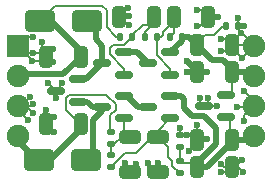
<source format=gtl>
%TF.GenerationSoftware,KiCad,Pcbnew,8.0.9-8.0.9-0~ubuntu24.04.1*%
%TF.CreationDate,2025-07-21T09:14:06-04:00*%
%TF.ProjectId,cap_multiplier_tile,6361705f-6d75-46c7-9469-706c6965725f,0.1.X*%
%TF.SameCoordinates,Original*%
%TF.FileFunction,Copper,L1,Top*%
%TF.FilePolarity,Positive*%
%FSLAX46Y46*%
G04 Gerber Fmt 4.6, Leading zero omitted, Abs format (unit mm)*
G04 Created by KiCad (PCBNEW 8.0.9-8.0.9-0~ubuntu24.04.1) date 2025-07-21 09:14:06*
%MOMM*%
%LPD*%
G01*
G04 APERTURE LIST*
G04 Aperture macros list*
%AMRoundRect*
0 Rectangle with rounded corners*
0 $1 Rounding radius*
0 $2 $3 $4 $5 $6 $7 $8 $9 X,Y pos of 4 corners*
0 Add a 4 corners polygon primitive as box body*
4,1,4,$2,$3,$4,$5,$6,$7,$8,$9,$2,$3,0*
0 Add four circle primitives for the rounded corners*
1,1,$1+$1,$2,$3*
1,1,$1+$1,$4,$5*
1,1,$1+$1,$6,$7*
1,1,$1+$1,$8,$9*
0 Add four rect primitives between the rounded corners*
20,1,$1+$1,$2,$3,$4,$5,0*
20,1,$1+$1,$4,$5,$6,$7,0*
20,1,$1+$1,$6,$7,$8,$9,0*
20,1,$1+$1,$8,$9,$2,$3,0*%
G04 Aperture macros list end*
%TA.AperFunction,SMDPad,CuDef*%
%ADD10RoundRect,0.135000X-0.135000X-0.185000X0.135000X-0.185000X0.135000X0.185000X-0.135000X0.185000X0*%
%TD*%
%TA.AperFunction,SMDPad,CuDef*%
%ADD11RoundRect,0.135000X0.185000X-0.135000X0.185000X0.135000X-0.185000X0.135000X-0.185000X-0.135000X0*%
%TD*%
%TA.AperFunction,SMDPad,CuDef*%
%ADD12RoundRect,0.250000X-0.325000X-0.650000X0.325000X-0.650000X0.325000X0.650000X-0.325000X0.650000X0*%
%TD*%
%TA.AperFunction,SMDPad,CuDef*%
%ADD13RoundRect,0.250000X-0.650000X0.325000X-0.650000X-0.325000X0.650000X-0.325000X0.650000X0.325000X0*%
%TD*%
%TA.AperFunction,SMDPad,CuDef*%
%ADD14RoundRect,0.135000X-0.185000X0.135000X-0.185000X-0.135000X0.185000X-0.135000X0.185000X0.135000X0*%
%TD*%
%TA.AperFunction,SMDPad,CuDef*%
%ADD15RoundRect,0.250000X0.325000X0.650000X-0.325000X0.650000X-0.325000X-0.650000X0.325000X-0.650000X0*%
%TD*%
%TA.AperFunction,SMDPad,CuDef*%
%ADD16RoundRect,0.150000X0.587500X0.150000X-0.587500X0.150000X-0.587500X-0.150000X0.587500X-0.150000X0*%
%TD*%
%TA.AperFunction,SMDPad,CuDef*%
%ADD17RoundRect,0.135000X0.135000X0.185000X-0.135000X0.185000X-0.135000X-0.185000X0.135000X-0.185000X0*%
%TD*%
%TA.AperFunction,CastellatedPad*%
%ADD18R,1.900000X1.900000*%
%TD*%
%TA.AperFunction,CastellatedPad*%
%ADD19C,1.900000*%
%TD*%
%TA.AperFunction,SMDPad,CuDef*%
%ADD20RoundRect,0.250000X1.000000X0.650000X-1.000000X0.650000X-1.000000X-0.650000X1.000000X-0.650000X0*%
%TD*%
%TA.AperFunction,SMDPad,CuDef*%
%ADD21RoundRect,0.250000X-1.000000X-0.650000X1.000000X-0.650000X1.000000X0.650000X-1.000000X0.650000X0*%
%TD*%
%TA.AperFunction,ViaPad*%
%ADD22C,0.600000*%
%TD*%
%TA.AperFunction,Conductor*%
%ADD23C,0.200000*%
%TD*%
%TA.AperFunction,Conductor*%
%ADD24C,0.500000*%
%TD*%
%TA.AperFunction,Conductor*%
%ADD25C,0.203200*%
%TD*%
G04 APERTURE END LIST*
D10*
%TO.P,R2,1*%
%TO.N,Net-(Q2-B)*%
X2890000Y4550000D03*
%TO.P,R2,2*%
%TO.N,/V+OUT*%
X3910000Y4550000D03*
%TD*%
D11*
%TO.P,R7,1*%
%TO.N,Net-(Q4-B)*%
X3700000Y-7010000D03*
%TO.P,R7,2*%
%TO.N,/V-OUT*%
X3700000Y-5990000D03*
%TD*%
D10*
%TO.P,R4,1*%
%TO.N,Net-(Q1-B)*%
X790000Y4550000D03*
%TO.P,R4,2*%
%TO.N,Net-(Q2-B)*%
X1810000Y4550000D03*
%TD*%
D12*
%TO.P,C7,1*%
%TO.N,Net-(Q2-B)*%
X3200000Y6200000D03*
%TO.P,C7,2*%
%TO.N,GND*%
X6150000Y6200000D03*
%TD*%
D10*
%TO.P,R3,1*%
%TO.N,/V+IN*%
X-1310000Y4550000D03*
%TO.P,R3,2*%
%TO.N,Net-(Q1-B)*%
X-290000Y4550000D03*
%TD*%
D13*
%TO.P,C14,1*%
%TO.N,Net-(Q4-B)*%
X1850000Y-3925000D03*
%TO.P,C14,2*%
%TO.N,GND*%
X1850000Y-6875000D03*
%TD*%
D12*
%TO.P,C11,1*%
%TO.N,/V-OUT*%
X5175000Y-6450000D03*
%TO.P,C11,2*%
%TO.N,GND*%
X8125000Y-6450000D03*
%TD*%
D14*
%TO.P,R8,1*%
%TO.N,/V-IN*%
X-2100000Y-3540000D03*
%TO.P,R8,2*%
%TO.N,Net-(Q3-B)*%
X-2100000Y-4560000D03*
%TD*%
D15*
%TO.P,C6,1*%
%TO.N,Net-(Q1-B)*%
X1525000Y6200000D03*
%TO.P,C6,2*%
%TO.N,GND*%
X-1425000Y6200000D03*
%TD*%
D12*
%TO.P,C3,1*%
%TO.N,/V+OUT*%
X5200000Y3850000D03*
%TO.P,C3,2*%
%TO.N,GND*%
X8150000Y3850000D03*
%TD*%
D16*
%TO.P,Q3,1,B*%
%TO.N,Net-(Q3-B)*%
X-987500Y-2350000D03*
%TO.P,Q3,2,E*%
%TO.N,/Power/V-2*%
X-987500Y-450000D03*
%TO.P,Q3,3,C*%
%TO.N,/Power/V-1*%
X-2862500Y-1400000D03*
%TD*%
%TO.P,Q1,1,B*%
%TO.N,Net-(Q1-B)*%
X-987500Y1350000D03*
%TO.P,Q1,2,E*%
%TO.N,/Power/V+2*%
X-987500Y3250000D03*
%TO.P,Q1,3,C*%
%TO.N,/Power/V+1*%
X-2862500Y2300000D03*
%TD*%
D17*
%TO.P,R5,1*%
%TO.N,GND*%
X8660000Y5500000D03*
%TO.P,R5,2*%
%TO.N,/V+OUT*%
X7640000Y5500000D03*
%TD*%
D14*
%TO.P,R10,1*%
%TO.N,GND*%
X3700000Y-3740000D03*
%TO.P,R10,2*%
%TO.N,/V-OUT*%
X3700000Y-4760000D03*
%TD*%
%TO.P,R9,1*%
%TO.N,Net-(Q3-B)*%
X-2100000Y-5440000D03*
%TO.P,R9,2*%
%TO.N,Net-(Q4-B)*%
X-2100000Y-6460000D03*
%TD*%
D15*
%TO.P,C5,1*%
%TO.N,/V+IN*%
X-4675000Y2850000D03*
%TO.P,C5,2*%
%TO.N,GND*%
X-7625000Y2850000D03*
%TD*%
D16*
%TO.P,Q4,1,B*%
%TO.N,Net-(Q4-B)*%
X2937500Y-2350000D03*
%TO.P,Q4,2,E*%
%TO.N,/V-OUT*%
X2937500Y-450000D03*
%TO.P,Q4,3,C*%
%TO.N,/Power/V-2*%
X1062500Y-1400000D03*
%TD*%
D15*
%TO.P,C12,1*%
%TO.N,/V-IN*%
X-4675000Y-2850000D03*
%TO.P,C12,2*%
%TO.N,GND*%
X-7625000Y-2850000D03*
%TD*%
D18*
%TO.P,J1,1,GND*%
%TO.N,GND*%
X-10000000Y3810000D03*
D19*
%TO.P,J1,2,V+IN*%
%TO.N,/V+IN*%
X-10000000Y1270000D03*
%TO.P,J1,3,GND*%
%TO.N,GND*%
X-10000000Y-1270000D03*
%TO.P,J1,4,V-IN*%
%TO.N,/V-IN*%
X-10000000Y-3810000D03*
%TO.P,J1,5,V-OUT*%
%TO.N,/V-OUT*%
X10000000Y-3810000D03*
%TO.P,J1,6,GND*%
%TO.N,GND*%
X10000000Y-1270000D03*
%TO.P,J1,7,V+OUT*%
%TO.N,/V+OUT*%
X10000000Y1270000D03*
%TO.P,J1,8,GND*%
%TO.N,GND*%
X10000000Y3810000D03*
%TD*%
D16*
%TO.P,D3,1,A*%
%TO.N,/V-OUT*%
X7637500Y-2250000D03*
%TO.P,D3,2,K*%
%TO.N,/V+OUT*%
X7637500Y-350000D03*
%TO.P,D3,3,COM*%
%TO.N,GND*%
X5762500Y-1300000D03*
%TD*%
%TO.P,Q2,1,B*%
%TO.N,Net-(Q2-B)*%
X2937500Y1350000D03*
%TO.P,Q2,2,E*%
%TO.N,/V+OUT*%
X2937500Y3250000D03*
%TO.P,Q2,3,C*%
%TO.N,/Power/V+2*%
X1062500Y2300000D03*
%TD*%
D15*
%TO.P,C4,1*%
%TO.N,/V+OUT*%
X8150000Y1550000D03*
%TO.P,C4,2*%
%TO.N,GND*%
X5200000Y1550000D03*
%TD*%
D20*
%TO.P,D1,1,K*%
%TO.N,/Power/V+1*%
X-4150000Y5900000D03*
%TO.P,D1,2,A*%
%TO.N,/V+IN*%
X-8150000Y5900000D03*
%TD*%
D13*
%TO.P,C13,1*%
%TO.N,Net-(Q3-B)*%
X-460000Y-3925000D03*
%TO.P,C13,2*%
%TO.N,GND*%
X-460000Y-6875000D03*
%TD*%
D21*
%TO.P,D4,1,K*%
%TO.N,/V-IN*%
X-8195000Y-5900000D03*
%TO.P,D4,2,A*%
%TO.N,/Power/V-1*%
X-4195000Y-5900000D03*
%TD*%
D16*
%TO.P,D2,1,A*%
%TO.N,/Power/V-1*%
X-4912500Y-950000D03*
%TO.P,D2,2,K*%
%TO.N,/Power/V+1*%
X-4912500Y950000D03*
%TO.P,D2,3,COM*%
%TO.N,GND*%
X-6787500Y0D03*
%TD*%
D15*
%TO.P,C10,1*%
%TO.N,/V-OUT*%
X8125000Y-4150000D03*
%TO.P,C10,2*%
%TO.N,GND*%
X5175000Y-4150000D03*
%TD*%
D22*
%TO.N,GND*%
X-9100000Y-2500000D03*
X-625000Y7025000D03*
X8660000Y6150000D03*
X-8700000Y4500000D03*
X4350000Y2550000D03*
X1850000Y-6100000D03*
X6000000Y-4100000D03*
X50000Y-6200000D03*
X4300000Y-3750000D03*
X-6750000Y-600000D03*
X7250000Y-6900000D03*
X7200000Y4400000D03*
X-6900000Y-3500000D03*
X5200000Y6850000D03*
X6100000Y-600000D03*
X8600000Y-1350000D03*
X-550000Y6300000D03*
X-7437500Y650000D03*
X-7900000Y4100000D03*
X-8800000Y2500000D03*
X9000000Y2750000D03*
X-8700000Y-1150000D03*
X7200000Y3350000D03*
X4300000Y1550000D03*
X-6900000Y-2200000D03*
X3706164Y-3126024D03*
X-9000000Y-500000D03*
X-8700000Y-1900000D03*
X6950000Y6200000D03*
X-7000000Y3500000D03*
X6050000Y1550000D03*
X5150000Y-2900000D03*
X-881793Y-6155286D03*
X1050000Y-6100000D03*
X6900000Y-1300000D03*
X5200000Y5500000D03*
X9200000Y5500000D03*
X-596331Y5516259D03*
X5400000Y-600000D03*
X-6250000Y650000D03*
X9200000Y-2600000D03*
X8875000Y4875000D03*
X9050000Y-6850000D03*
X9200000Y0D03*
X8975000Y-5875000D03*
X-7600000Y-1600000D03*
X4494876Y-5135957D03*
X7250000Y-6250000D03*
X-7000000Y2400000D03*
X-8700000Y3200000D03*
%TD*%
D23*
%TO.N,GND*%
X-6750000Y-37500D02*
X-6787500Y0D01*
X5175000Y-2925000D02*
X5150000Y-2900000D01*
X4775000Y-3750000D02*
X4300000Y-3750000D01*
X8600000Y-1350000D02*
X9920000Y-1350000D01*
X5175000Y-4455833D02*
X4494876Y-5135957D01*
D24*
X5200000Y1550000D02*
X4300000Y1550000D01*
D23*
X-8700000Y-1900000D02*
X-9330000Y-1270000D01*
X6150000Y6200000D02*
X6950000Y6200000D01*
X-8800000Y2610000D02*
X-10000000Y3810000D01*
X5450000Y5500000D02*
X6150000Y6200000D01*
X-881793Y-6453207D02*
X-460000Y-6875000D01*
X-8125000Y3200000D02*
X-7775000Y2850000D01*
X5400000Y-937500D02*
X5762500Y-1300000D01*
X-6250000Y537500D02*
X-6787500Y0D01*
X-7000000Y3500000D02*
X-7125000Y3500000D01*
X-8125000Y2500000D02*
X-7775000Y2850000D01*
X5175000Y-4150000D02*
X5950000Y-4150000D01*
X-8700000Y3200000D02*
X-9390000Y3200000D01*
X10000000Y-1270000D02*
X10000000Y-800000D01*
X5400000Y-600000D02*
X5400000Y-937500D01*
X7250000Y-6250000D02*
X7450000Y-6450000D01*
D24*
X5200000Y1550000D02*
X6050000Y1550000D01*
D23*
X4290000Y-3740000D02*
X3700000Y-3740000D01*
X-8800000Y2500000D02*
X-8125000Y2500000D01*
X5950000Y-4150000D02*
X6000000Y-4100000D01*
X6100000Y-962500D02*
X6100000Y-600000D01*
X-7437500Y650000D02*
X-6787500Y0D01*
X8975000Y-5875000D02*
X8400000Y-6450000D01*
X7850000Y4400000D02*
X7200000Y4400000D01*
X-7450000Y2850000D02*
X-7000000Y2400000D01*
X3706164Y-3593836D02*
X3700000Y-3600000D01*
X-10000000Y-1650000D02*
X-9150000Y-2500000D01*
X6150000Y6200000D02*
X5500000Y6850000D01*
X10000000Y-800000D02*
X9200000Y0D01*
X-550000Y6300000D02*
X-1500000Y6300000D01*
X-1425000Y6225000D02*
X-1425000Y6200000D01*
X-7900000Y2975000D02*
X-7775000Y2850000D01*
D25*
X-9310000Y4500000D02*
X-10000000Y3810000D01*
D23*
X-7775000Y2850000D02*
X-7450000Y2850000D01*
X-8800000Y2500000D02*
X-8800000Y2610000D01*
D25*
X9200000Y5500000D02*
X8660000Y5500000D01*
D23*
X8150000Y4150000D02*
X8875000Y4875000D01*
D25*
X-8700000Y4500000D02*
X-9310000Y4500000D01*
D23*
X-596331Y5516259D02*
X-716259Y5516259D01*
X-1500000Y6300000D02*
X-1575000Y6225000D01*
D25*
X-7625000Y-2850000D02*
X-7625000Y-1625000D01*
D23*
X8150000Y3600000D02*
X9000000Y2750000D01*
X9200000Y-2070000D02*
X10000000Y-1270000D01*
X-716259Y5516259D02*
X-1425000Y6225000D01*
X8650000Y-6450000D02*
X9050000Y-6850000D01*
X-625000Y7025000D02*
X-1425000Y6225000D01*
X-9770000Y-1270000D02*
X-9000000Y-500000D01*
D25*
X8660000Y6150000D02*
X8660000Y5500000D01*
D23*
X10000000Y3900000D02*
X9025000Y4875000D01*
X50000Y-6650000D02*
X50000Y-6200000D01*
X-9330000Y-1270000D02*
X-10000000Y-1270000D01*
X9200000Y-2600000D02*
X9200000Y-2070000D01*
X-8700000Y-1150000D02*
X-8820000Y-1270000D01*
X8125000Y-6450000D02*
X8650000Y-6450000D01*
X5175000Y-4150000D02*
X5175000Y-2925000D01*
X-7450000Y-3500000D02*
X-6900000Y-3500000D01*
X1850000Y-6875000D02*
X1850000Y-6100000D01*
X-9150000Y-2500000D02*
X-9100000Y-2500000D01*
X8150000Y3850000D02*
X9960000Y3850000D01*
X5200000Y5500000D02*
X5450000Y5500000D01*
X-8100000Y-2850000D02*
X-7450000Y-3500000D01*
X7650000Y3350000D02*
X7200000Y3350000D01*
X-6750000Y-600000D02*
X-6750000Y-37500D01*
X5500000Y6850000D02*
X5200000Y6850000D01*
X7250000Y-6900000D02*
X7675000Y-6900000D01*
X4300000Y-3750000D02*
X4290000Y-3740000D01*
X-7125000Y3500000D02*
X-7775000Y2850000D01*
X-8820000Y-1270000D02*
X-10000000Y-1270000D01*
X-881793Y-6155286D02*
X-881793Y-6453207D01*
X9025000Y4875000D02*
X8875000Y4875000D01*
X5175000Y-4150000D02*
X4775000Y-3750000D01*
X8150000Y3850000D02*
X7650000Y3350000D01*
X-460000Y-7160000D02*
X50000Y-6650000D01*
X-7775000Y-2850000D02*
X-7125000Y-2200000D01*
X-9390000Y3200000D02*
X-10000000Y3810000D01*
X8150000Y4100000D02*
X7850000Y4400000D01*
X-6250000Y650000D02*
X-6250000Y537500D01*
X-7775000Y-2850000D02*
X-7775000Y-2825000D01*
X5762500Y-1300000D02*
X6100000Y-962500D01*
D24*
X5200000Y1700000D02*
X4350000Y2550000D01*
D23*
X-8700000Y3200000D02*
X-8125000Y3200000D01*
D25*
X-7625000Y-1625000D02*
X-7600000Y-1600000D01*
D23*
X3706164Y-3126024D02*
X3706164Y-3593836D01*
X10000000Y3750000D02*
X9000000Y2750000D01*
X7450000Y-6450000D02*
X8125000Y-6450000D01*
X-7900000Y4100000D02*
X-7900000Y2975000D01*
X5762500Y-1300000D02*
X6900000Y-1300000D01*
X1050000Y-6550000D02*
X1050000Y-6100000D01*
X-7125000Y-2200000D02*
X-6900000Y-2200000D01*
X1850000Y-7350000D02*
X1050000Y-6550000D01*
%TO.N,Net-(Q1-B)*%
X1525000Y5725000D02*
X790000Y4990000D01*
X1525000Y6200000D02*
X1525000Y5725000D01*
X-290000Y4710000D02*
X-290000Y4550000D01*
D25*
X-987500Y1862500D02*
X-2200000Y3075000D01*
X-2200000Y3600000D02*
X-1917198Y3882802D01*
X-1917198Y3882802D02*
X-957198Y3882802D01*
X-987500Y1350000D02*
X-987500Y1862500D01*
D23*
X790000Y4990000D02*
X790000Y4550000D01*
X1525000Y6200000D02*
X918750Y5593750D01*
X918750Y5593750D02*
X593750Y5593750D01*
D25*
X-2200000Y3075000D02*
X-2200000Y3600000D01*
D23*
X593750Y5593750D02*
X-290000Y4710000D01*
D25*
X-957198Y3882802D02*
X-290000Y4550000D01*
D23*
%TO.N,Net-(Q2-B)*%
X1810000Y2990000D02*
X1810000Y4550000D01*
X1810000Y4550000D02*
X2150000Y4550000D01*
X3200000Y5900000D02*
X3200000Y6200000D01*
D25*
X3200000Y4860000D02*
X3200000Y6200000D01*
X2890000Y4550000D02*
X3200000Y4860000D01*
D23*
X2150000Y4550000D02*
X2300000Y4700000D01*
X2937500Y1350000D02*
X2937500Y1862500D01*
X2937500Y1862500D02*
X1810000Y2990000D01*
X2300000Y5000000D02*
X3200000Y5900000D01*
X2300000Y4700000D02*
X2300000Y5000000D01*
%TO.N,/V+IN*%
X-2450000Y5350000D02*
X-1650000Y4550000D01*
D24*
X-6125000Y1400000D02*
X-4675000Y2850000D01*
D23*
X-2450000Y6800000D02*
X-2450000Y5350000D01*
D24*
X-4675000Y3375000D02*
X-7200000Y5900000D01*
D23*
X-6850000Y7200000D02*
X-2850000Y7200000D01*
D24*
X-9870000Y1400000D02*
X-6125000Y1400000D01*
X-4675000Y2850000D02*
X-4675000Y3375000D01*
D23*
X-8150000Y5900000D02*
X-6850000Y7200000D01*
X-2850000Y7200000D02*
X-2450000Y6800000D01*
X-1650000Y4550000D02*
X-1310000Y4550000D01*
D24*
X-7200000Y5900000D02*
X-8150000Y5900000D01*
X-10000000Y1270000D02*
X-9870000Y1400000D01*
%TO.N,/V-IN*%
X-10000000Y-4245000D02*
X-8345000Y-5900000D01*
X-8345000Y-5900000D02*
X-7300000Y-5900000D01*
D23*
X-1700000Y-1650000D02*
X-1700000Y-1150000D01*
X-1700000Y-1150000D02*
X-2500000Y-350000D01*
X-5950000Y-1650000D02*
X-4825000Y-2775000D01*
D24*
X-4825000Y-3425000D02*
X-4825000Y-2850000D01*
D23*
X-5690552Y-350000D02*
X-5950000Y-609448D01*
X-4825000Y-2775000D02*
X-4825000Y-2850000D01*
X-2100000Y-3540000D02*
X-2150000Y-3490000D01*
D24*
X-10000000Y-3810000D02*
X-10000000Y-4245000D01*
D23*
X-5950000Y-609448D02*
X-5950000Y-1650000D01*
D24*
X-7300000Y-5900000D02*
X-4825000Y-3425000D01*
D23*
X-2500000Y-350000D02*
X-5690552Y-350000D01*
X-2150000Y-3490000D02*
X-2150000Y-2100000D01*
X-2150000Y-2100000D02*
X-1700000Y-1650000D01*
%TO.N,Net-(Q3-B)*%
X-1810000Y-4560000D02*
X-1175000Y-3925000D01*
X-987500Y-2350000D02*
X-987500Y-3585000D01*
X-2100000Y-4560000D02*
X-2100000Y-5440000D01*
X-987500Y-3585000D02*
X-460000Y-4112500D01*
X-2100000Y-4560000D02*
X-1810000Y-4560000D01*
X-1175000Y-3925000D02*
X-460000Y-3925000D01*
%TO.N,Net-(Q4-B)*%
X50000Y-5250000D02*
X1375000Y-3925000D01*
X-2100000Y-6460000D02*
X-2100000Y-6450000D01*
X-2100000Y-6450000D02*
X-900000Y-5250000D01*
X1375000Y-3925000D02*
X1850000Y-3925000D01*
X1850000Y-3437500D02*
X2937500Y-2350000D01*
X2700000Y-4775000D02*
X1850000Y-3925000D01*
X3050000Y-6360000D02*
X3700000Y-7010000D01*
X-900000Y-5250000D02*
X50000Y-5250000D01*
X2700000Y-5600000D02*
X3050000Y-5950000D01*
X1850000Y-3925000D02*
X1850000Y-3437500D01*
X2700000Y-5600000D02*
X2700000Y-4775000D01*
X3050000Y-5950000D02*
X3050000Y-6360000D01*
D24*
%TO.N,/Power/V+1*%
X-4150000Y5900000D02*
X-3400000Y5150000D01*
X-3400000Y4350000D02*
X-2862500Y3812500D01*
X-2862500Y2300000D02*
X-4212500Y950000D01*
X-4212500Y950000D02*
X-4912500Y950000D01*
X-2862500Y3812500D02*
X-2862500Y2300000D01*
X-3400000Y5150000D02*
X-3400000Y4350000D01*
%TO.N,/Power/V-1*%
X-3600000Y-2450000D02*
X-2862500Y-1712500D01*
X-2862500Y-1712500D02*
X-2862500Y-1400000D01*
X-4195000Y-5900000D02*
X-3600000Y-5305000D01*
X-4100000Y-950000D02*
X-3650000Y-1400000D01*
X-3650000Y-1400000D02*
X-2862500Y-1400000D01*
X-4912500Y-950000D02*
X-4100000Y-950000D01*
X-3600000Y-5305000D02*
X-3600000Y-2450000D01*
%TO.N,/Power/V+2*%
X-987500Y3250000D02*
X112500Y3250000D01*
X112500Y3250000D02*
X1062500Y2300000D01*
%TO.N,/Power/V-2*%
X1062500Y-1400000D02*
X200000Y-1400000D01*
X200000Y-1400000D02*
X-650000Y-550000D01*
%TO.N,/V+OUT*%
X2937500Y3250000D02*
X3910000Y4222500D01*
D23*
X8150000Y1550000D02*
X8150000Y-187500D01*
D24*
X8150000Y1550000D02*
X9720000Y1550000D01*
X6450000Y2600000D02*
X7400000Y2600000D01*
X7400000Y2600000D02*
X8150000Y1850000D01*
X3910000Y4550000D02*
X4500000Y4550000D01*
X3910000Y4222500D02*
X3910000Y4550000D01*
X5200000Y3850000D02*
X6450000Y2600000D01*
D25*
X5200000Y4000000D02*
X5200000Y3850000D01*
D24*
X4500000Y4550000D02*
X5200000Y3850000D01*
D25*
X7640000Y5500000D02*
X7400000Y5500000D01*
X6600000Y4700000D02*
X5900000Y4700000D01*
X7400000Y5500000D02*
X6600000Y4700000D01*
X5900000Y4700000D02*
X5200000Y4000000D01*
D24*
%TO.N,/V-OUT*%
X4100000Y-700000D02*
X4100000Y-1460661D01*
X2937500Y-450000D02*
X3850000Y-450000D01*
D23*
X7637500Y-2250000D02*
X7987500Y-2600000D01*
D24*
X8125000Y-4150000D02*
X9660000Y-4150000D01*
D23*
X3700000Y-4760000D02*
X3700000Y-5990000D01*
X3700000Y-5990000D02*
X3800000Y-6090000D01*
D24*
X6800000Y-4500000D02*
X5175000Y-6125000D01*
D23*
X7987500Y-2600000D02*
X7987500Y-4150000D01*
D24*
X5750000Y-2150000D02*
X6800000Y-3200000D01*
X5989339Y-6450000D02*
X8125000Y-4314339D01*
X4100000Y-1460661D02*
X4789339Y-2150000D01*
X5175000Y-6450000D02*
X5989339Y-6450000D01*
D23*
X3800000Y-6090000D02*
X4815000Y-6090000D01*
D24*
X4789339Y-2150000D02*
X5750000Y-2150000D01*
X6800000Y-3200000D02*
X6800000Y-4500000D01*
X3850000Y-450000D02*
X4100000Y-700000D01*
%TD*%
M02*

</source>
